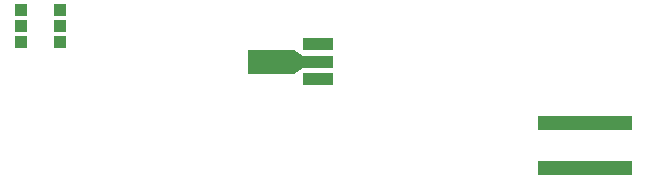
<source format=gbr>
G04 #@! TF.GenerationSoftware,KiCad,Pcbnew,(5.0.0-rc2-dev-107-g49486b83b)*
G04 #@! TF.CreationDate,2018-04-15T19:26:34+02:00*
G04 #@! TF.ProjectId,bobbycar,626F6262796361722E6B696361645F70,rev?*
G04 #@! TF.SameCoordinates,Original*
G04 #@! TF.FileFunction,Paste,Top*
G04 #@! TF.FilePolarity,Positive*
%FSLAX46Y46*%
G04 Gerber Fmt 4.6, Leading zero omitted, Abs format (unit mm)*
G04 Created by KiCad (PCBNEW (5.0.0-rc2-dev-107-g49486b83b)) date Sun Apr 15 19:26:34 2018*
%MOMM*%
%LPD*%
G01*
G04 APERTURE LIST*
%ADD10R,2.500000X1.000000*%
%ADD11R,4.000000X2.000000*%
%ADD12C,0.750000*%
%ADD13C,0.100000*%
%ADD14R,1.000000X1.000000*%
%ADD15R,8.000000X1.270000*%
G04 APERTURE END LIST*
D10*
X135584000Y-93194000D03*
X135584000Y-91694000D03*
X135584000Y-90194000D03*
D11*
X131624000Y-91694000D03*
D12*
X133974000Y-91694000D03*
D13*
G36*
X133599000Y-90694000D02*
X134349000Y-91194000D01*
X134349000Y-92194000D01*
X133599000Y-92694000D01*
X133599000Y-90694000D01*
X133599000Y-90694000D01*
G37*
D14*
X110490000Y-88646000D03*
X110490000Y-87296000D03*
X110490000Y-89996000D03*
X113792000Y-89996000D03*
X113792000Y-87296000D03*
X113792000Y-88646000D03*
D15*
X158242000Y-96906000D03*
X158242000Y-100706000D03*
M02*

</source>
